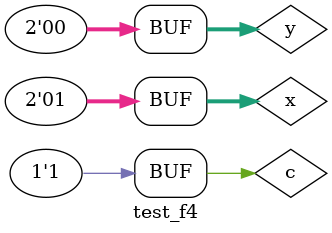
<source format=v>
 

   module sel (output [1:0]saida, input [1:0]entrada1, input [1:0]entrada2, input chave); 

		wire [3:0]s1; 
		wire saida_not;

	   not NOT1(saida_not, chave); 
	 
	   and AND1(s1[0], entrada1[0], chave);
      and AND2(s1[1], entrada1[1], chave);
    
	   and AND3(s1[2], entrada2[0], saida_not);
      and AND4(s1[3], entrada2[1], saida_not);
     	 
	   or OR1(saida[0], s1[0], s1[2]);
      or OR2(saida[1], s1[1], s1[3]);
   
	 endmodule // sel 

   module f4( output [3:0]saida, input [1:0]entrada1, input [1:0]entrada2, input chave);
	  
	  wire [1:0]saida_and;
	  wire [1:0]saida_or;
	  wire [1:0]saida_nand; 
	  wire [1:0]saida_nor;
					
	  and AND1(saida_and[0], entrada1[0], entrada2[0]);
     and AND2(saida_and[1], entrada1[1], entrada2[1]);
    
	  or OR1(saida_or[0], entrada1[0], entrada2[0]);
     or OR2(saida_or[1], entrada1[1], entrada2[1]);
    
	  nand NAND1(saida_nand[0], entrada1[0], entrada2[0]);
     nand NAND2(saida_nand[1], entrada1[1], entrada2[1]);

	  nor NOR1(saida_nor[0], entrada1[0], entrada2[0]);
     nor NOR2(saida_nor[1], entrada1[1], entrada2[1]);
    
	  sel SEL1 (saida[1:0], saida_nand, saida_and, chave);
	  sel SEL2 (saida[3:2], saida_nor, saida_or, chave);	 
	 
    endmodule //f4

// ------------------------- 
// -- test f4
// -------------------------
    
	  module test_f4; 

// ------------------------- definir dados 
    
	 reg  [1:0] x;
	 reg  [1:0] y;
	 reg  c;
	 wire [3:0] s;
	 
// ------------------------- instancia 
	 
     f4 modulo (s, x, y, c);
	  
// ------------------------- parte principal 
    
	 initial begin

      $display("Exemplo0033 - Michelle da Costa Silva");
      $display("Test LU's module");
      $display("Legenda da chave: 0-OR/AND 1-NOR/NAND \n");
		
       #1 x = 2'b01; y = 2'b10; c = 0;
		$monitor("Chave = %1b\t x = %2b\t y = %2b\t Resultado = %2b\t Resultado = %2b", c, x, y, s[1:0],s[3:2]);
		 #1 x = 2'b01; y = 2'b10; c = 1;
		
		 #1 x = 2'b11; y = 2'b00; c = 0;
		 #1 x = 2'b11; y = 2'b00; c = 1;
		
		 #1 x = 2'b10; y = 2'b10; c = 0;
		 #1 x = 2'b10; y = 2'b10; c = 1;
		 
		 #1 x = 2'b01; y = 2'b00; c = 0;
		 #1 x = 2'b01; y = 2'b00; c = 1;
		
		end
endmodule // test_f4
</source>
